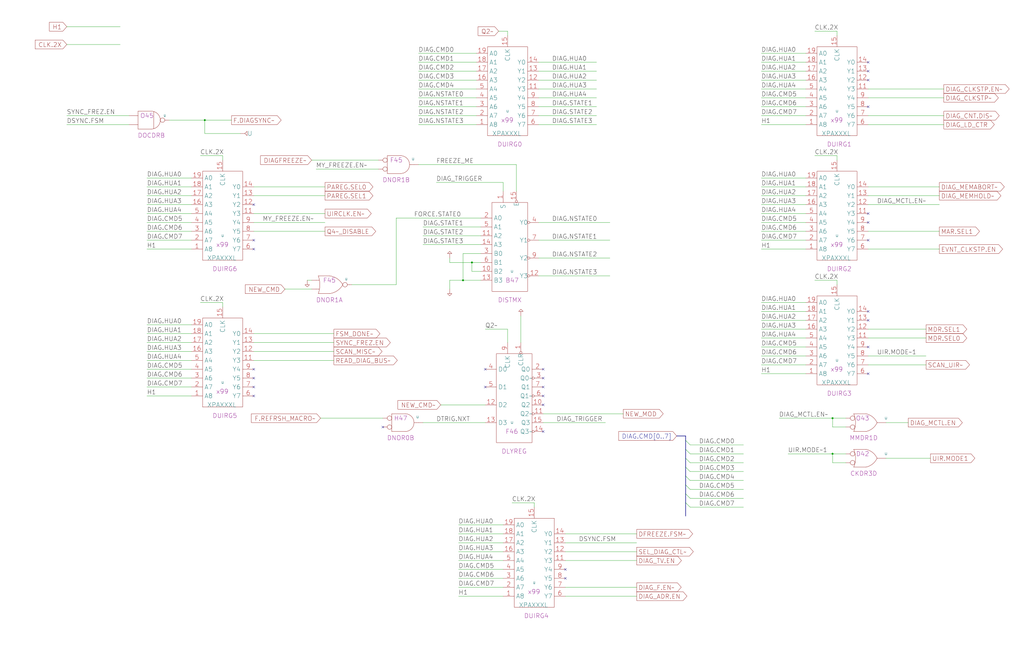
<source format=kicad_sch>
(kicad_sch (version 20220404) (generator eeschema)
  (paper "User" 584.2 378.46)
  (title_block (title "DIAGNOSTIC PROCESSOR") (date "20-MAR-90") (rev "1.0") (comment 1 "FIU") (comment 2 "232-003065") (comment 3 "S400") (comment 4 "RELEASED"))
  (lib_symbols
    (symbol "r1000:F02" (pin_numbers hide) (pin_names hide)
      (property "Reference" "U" (at 12.16 0.635 0))
      (property "Value" "F02" (at -1.27 -4.445 0))
      (property "Location" "___" (at 2.54 0 0))
      (property "Name" "______" (at 2.54 -12.7 0))
      (symbol "F02_0_1"
        (arc (start -3.81 -7.62) (mid -2.9847 -2.54) (end -3.81 2.54) (stroke (width 0.1524)))
        (polyline (pts (xy -5.08 -5.08) (xy -3.175 -5.08)) (stroke (width 0.1524)))
        (polyline (pts (xy -5.08 0) (xy -3.175 0)) (stroke (width 0.1524)))
        (polyline (pts (xy -3.81 -7.62) (xy 2.54 -7.62)) (stroke (width 0.1524)))
        (polyline (pts (xy -3.81 2.54) (xy 2.54 2.54)) (stroke (width 0.1524)))
        (polyline (pts (xy 13.97 -2.54) (xy 12.7 -2.54)) (stroke (width 0.1524)))
        (arc (start 2.54 -7.62) (mid 6.9515 -5.9823) (end 10.16 -2.54) (stroke (width 0.1524)))
        (arc (start 10.16 -2.54) (mid 6.9478 0.8966) (end 2.54 2.54) (stroke (width 0.1524)))
        (circle (center 11.43 -2.54) (radius 1.27) (stroke (width 0.1524)))
      )
      (symbol "F02_0_2"
        (circle (center -3.81 -5.08) (radius 1.27) (stroke (width 0.1524)))
        (circle (center -3.81 0) (radius 1.27) (stroke (width 0.1524)))
        (polyline (pts (xy -2.54 -7.62) (xy 5.08 -7.62)) (stroke (width 0.1524)))
        (polyline (pts (xy -2.54 2.54) (xy -2.54 -7.62)) (stroke (width 0.1524)))
        (polyline (pts (xy -2.54 2.54) (xy 5.08 2.54)) (stroke (width 0.1524)))
        (polyline (pts (xy 11.43 -2.54) (xy 10.16 -2.54)) (stroke (width 0.1524)))
        (polyline (pts (xy 11.43 -2.54) (xy 12.7 -2.54)) (stroke (width 0.1524)))
        (arc (start 5.08 -7.62) (mid 10.1282 -2.54) (end 5.08 2.54) (stroke (width 0.1524)))
      )
      (symbol "F02_1_1"
        (pin input line (at -7.62 0 0) (length 2.54) (name "D0") (number "1"))
        (pin input line (at -7.62 -5.08 0) (length 2.54) (name "D1") (number "2"))
        (pin output line (at 15.24 -2.54 180) (length 1.27) (name "Q") (number "3"))
      )
      (symbol "F02_1_2"
        (pin input line (at -7.62 0 0) (length 2.54) (name "D0") (number "1"))
        (pin input line (at -7.62 -5.08 0) (length 2.54) (name "D1") (number "2"))
        (pin output line (at 15.24 -2.54 180) (length 2.54) (name "Q") (number "3"))
      )
    )
    (symbol "r1000:F158" (pin_names (offset 1.016))
      (property "Reference" "U" (at 2.54 5.08 0))
      (property "Value" "F158" (at -3.81 -5.08 0))
      (property "Location" "___" (at -1.27 0 0))
      (property "Name" "______" (at 1.27 -12.7 0))
      (symbol "F158_1_1"
        (rectangle (start -8.89 44.45) (end 11.43 -6.35))
        (circle (center 5.08 45.085) (radius 0.635))
        (circle (center 12.065 2.54) (radius 0.635))
        (circle (center 12.065 12.7) (radius 0.635))
        (circle (center 12.065 22.86) (radius 0.635))
        (circle (center 12.065 33.02) (radius 0.635))
        (pin input line (at -2.54 50.8 270) (length 6.35) (name "S") (number "1"))
        (pin input line (at -15.24 5.08 0) (length 6.35) (name "B2") (number "10"))
        (pin input line (at -15.24 25.4 0) (length 6.35) (name "A2") (number "11"))
        (pin output line (at 17.78 2.54 180) (length 5.08) (name "Y3") (number "12"))
        (pin input line (at -15.24 0 0) (length 6.35) (name "B3") (number "13"))
        (pin input line (at -15.24 20.32 0) (length 6.35) (name "A3") (number "14"))
        (pin input line (at 5.08 50.8 270) (length 5.08) (name "E") (number "15"))
        (pin input line (at -15.24 35.56 0) (length 6.35) (name "A0") (number "2"))
        (pin input line (at -15.24 15.24 0) (length 6.35) (name "B0") (number "3"))
        (pin output line (at 17.78 33.02 180) (length 5.08) (name "Y0") (number "4"))
        (pin input line (at -15.24 30.48 0) (length 6.35) (name "A1") (number "5"))
        (pin input line (at -15.24 10.16 0) (length 6.35) (name "B1") (number "6"))
        (pin output line (at 17.78 22.86 180) (length 5.08) (name "Y1") (number "7"))
        (pin output line (at 17.78 12.7 180) (length 5.08) (name "Y2") (number "9"))
      )
    )
    (symbol "r1000:F175" (pin_names (offset 1.016))
      (property "Reference" "U" (at 2.54 5.08 0))
      (property "Value" "F175" (at -1.27 -5.08 0))
      (property "Location" "___" (at -1.27 0 0))
      (property "Name" "______" (at 3.81 -12.7 0))
      (symbol "F175_1_1"
        (rectangle (start -6.35 44.45) (end 13.97 -6.35))
        (circle (center 7.62 45.085) (radius 0.635))
        (circle (center 14.605 0) (radius 0.635))
        (circle (center 14.605 10.16) (radius 0.635))
        (circle (center 14.605 20.32) (radius 0.635))
        (circle (center 14.605 30.48) (radius 0.635))
        (pin input line (at 7.62 50.8 270) (length 5.08) (name "CLR") (number "1"))
        (pin output line (at 20.32 15.24 180) (length 6.35) (name "Q2") (number "10"))
        (pin output line (at 20.32 10.16 180) (length 5.08) (name "Q2~") (number "11"))
        (pin input line (at -12.7 15.24 0) (length 6.35) (name "D2") (number "12"))
        (pin input line (at -12.7 5.08 0) (length 6.35) (name "D3") (number "13"))
        (pin output line (at 20.32 0 180) (length 5.08) (name "Q3~") (number "14"))
        (pin output line (at 20.32 5.08 180) (length 6.35) (name "Q3") (number "15"))
        (pin output line (at 20.32 35.56 180) (length 6.35) (name "Q0") (number "2"))
        (pin output line (at 20.32 30.48 180) (length 5.08) (name "Q0~") (number "3"))
        (pin input line (at -12.7 35.56 0) (length 6.35) (name "D0") (number "4"))
        (pin input line (at -12.7 25.4 0) (length 6.35) (name "D1") (number "5"))
        (pin output line (at 20.32 20.32 180) (length 5.08) (name "Q1~") (number "6"))
        (pin output line (at 20.32 25.4 180) (length 6.35) (name "Q1") (number "7"))
        (pin input line (at 0 50.8 270) (length 6.35) (name "CLK") (number "9"))
      )
    )
    (symbol "r1000:F37" (pin_numbers hide) (pin_names (offset 0) hide)
      (property "Reference" "U" (at 15.24 0 0))
      (property "Value" "F37" (at 1.905 -5.08 0))
      (property "Location" "___" (at 1.905 0 0))
      (property "Name" "______" (at 2.54 -12.7 0))
      (symbol "F37_0_1"
        (polyline (pts (xy -2.54 -7.62) (xy 5.08 -7.62)) (stroke (width 0.1524)))
        (polyline (pts (xy -2.54 2.54) (xy -2.54 -7.62)) (stroke (width 0.1524)))
        (polyline (pts (xy -2.54 2.54) (xy 5.08 2.54)) (stroke (width 0.1524)))
        (arc (start 5.08 -7.62) (mid 10.1282 -2.54) (end 5.08 2.54) (stroke (width 0.1524)))
        (circle (center 11.43 -2.54) (radius 1.27) (stroke (width 0.1524)))
      )
      (symbol "F37_0_2"
        (circle (center -3.81 -5.08) (radius 1.27) (stroke (width 0.1524)))
        (circle (center -3.81 0) (radius 1.27) (stroke (width 0.1524)))
        (arc (start -3.175 -7.62) (mid -2.134 -2.54) (end -3.175 2.54) (stroke (width 0.1524)))
        (polyline (pts (xy -3.175 -7.62) (xy 3.81 -7.62)) (stroke (width 0.1524)))
        (polyline (pts (xy -3.175 2.54) (xy 3.81 2.54)) (stroke (width 0.1524)))
        (arc (start 3.81 -7.62) (mid 7.5855 -5.8306) (end 10.16 -2.54) (stroke (width 0.1524)))
        (arc (start 10.16 -2.54) (mid 7.5827 0.7471) (end 3.81 2.54) (stroke (width 0.1524)))
      )
      (symbol "F37_1_1"
        (pin input line (at -7.62 0 0) (length 5.08) (name "D0") (number "1"))
        (pin input line (at -7.62 -5.08 0) (length 5.08) (name "D1") (number "2"))
        (pin output line (at 15.24 -2.54 180) (length 2.54) (name "Q") (number "3"))
      )
      (symbol "F37_1_2"
        (pin input line (at -7.62 0 0) (length 2.54) (name "D0") (number "1"))
        (pin input line (at -7.62 -5.08 0) (length 2.54) (name "D1") (number "2"))
        (pin output line (at 15.24 -2.54 180) (length 5.08) (name "Q") (number "3"))
      )
    )
    (symbol "r1000:F38" (pin_numbers hide) (pin_names hide)
      (property "Reference" "U" (at 12.7 2.54 0))
      (property "Value" "F38" (at 2.54 -2.54 0))
      (property "Location" "___" (at 2.54 2.54 0))
      (property "Name" "______" (at 5.08 -10.16 0))
      (symbol "F38_0_1"
        (polyline (pts (xy -2.54 -5.08) (xy 5.08 -5.08)) (stroke (width 0.1524)))
        (polyline (pts (xy -2.54 5.08) (xy -2.54 -5.08)) (stroke (width 0.1524)))
        (polyline (pts (xy -2.54 5.08) (xy 5.08 5.08)) (stroke (width 0.1524)))
        (polyline (pts (xy 6.45 4.9) (xy 6.45 -4.9)) (stroke (width 0.1524)))
        (arc (start 5.08 -5.08) (mid 8.6786 -3.5986) (end 10.16 0) (stroke (width 0.1524)))
        (arc (start 10.16 0) (mid 8.6721 3.5921) (end 5.08 5.08) (stroke (width 0.1524)))
        (circle (center 11.43 0) (radius 1.27) (stroke (width 0.1524)))
      )
      (symbol "F38_0_2"
        (arc (start -3.81 -5.08) (mid -1.8386 0) (end -3.81 5.08) (stroke (width 0.1524)))
        (circle (center -3.81 -2.54) (radius 1.27) (stroke (width 0.1524)))
        (circle (center -3.81 2.54) (radius 1.27) (stroke (width 0.1524)))
        (polyline (pts (xy -3.81 -5.08) (xy 2.54 -5.08)) (stroke (width 0.1524)))
        (polyline (pts (xy -3.81 5.08) (xy 2.54 5.08)) (stroke (width 0.1524)))
        (polyline (pts (xy 7.62 3.175) (xy 7.62 -3.175)) (stroke (width 0.1524)))
        (arc (start 2.54 -5.08) (mid 7.0537 -3.5955) (end 10.16 0) (stroke (width 0.1524)))
        (arc (start 10.16 0) (mid 7.0527 3.594) (end 2.54 5.08) (stroke (width 0.1524)))
      )
      (symbol "F38_1_1"
        (pin input line (at -7.62 2.54 0) (length 5.08) (name "D0") (number "1"))
        (pin input line (at -7.62 -2.54 0) (length 5.08) (name "D1") (number "2"))
        (pin open_collector line (at 15.24 0 180) (length 2.54) (name "Q") (number "3"))
      )
      (symbol "F38_1_2"
        (pin input line (at -7.62 2.54 0) (length 2.54) (name "D0") (number "1"))
        (pin input line (at -7.62 -2.54 0) (length 2.54) (name "D1") (number "2"))
        (pin open_collector line (at 15.24 0 180) (length 5.08) (name "Q") (number "3"))
      )
    )
    (symbol "r1000:GB" (pin_numbers hide) (pin_names (offset 0) hide)
      (property "Reference" "GB" (at 3.81 0 0))
      (symbol "GB_0_1"
        (polyline (pts (xy 2.54 0) (xy 3.81 1.27) (xy 3.81 -1.27) (xy 2.54 0)) (stroke (width 0.1524)))
      )
      (symbol "GB_1_1"
        (pin bidirectional line (at 0 0 0) (length 2.54) (name "") (number "1"))
      )
    )
    (symbol "r1000:PD" (power) (pin_numbers hide) (pin_names hide) (in_bom no)
      (symbol "PD_0_1"
        (polyline (pts (xy 0 -2.54) (xy 1.27 -2.54) (xy 0 -3.81) (xy -1.27 -2.54) (xy 0 -2.54)) (stroke (width 0.1524)))
      )
      (symbol "PD_1_1"
        (pin power_in line (at 0 0 270) (length 2.54) (name "PD") (number "1"))
      )
    )
    (symbol "r1000:PU" (power) (pin_numbers hide) (pin_names hide)
      (symbol "PU_0_1"
        (polyline (pts (xy 0 2.54) (xy -1.27 2.54) (xy 0 3.81) (xy 1.27 2.54) (xy 0 2.54)) (stroke (width 0.1524)))
      )
      (symbol "PU_1_1"
        (pin power_in line (at 0 0 90) (length 2.54) (name "PU") (number "1"))
      )
    )
    (symbol "r1000:XPAXXXL" (pin_names (offset 1.016))
      (property "Reference" "U" (at 2.54 5.08 0))
      (property "Value" "XPAXXXL" (at -6.35 -7.62 0))
      (property "Location" "___" (at -1.27 0 0))
      (property "Name" "______" (at 3.81 -15.24 0))
      (symbol "XPAXXXL_1_1"
        (rectangle (start -8.89 41.91) (end 13.97 -8.89))
        (pin input line (at -15.24 -2.54 0) (length 6.35) (name "A8") (number "1"))
        (pin output line (at 20.32 17.78 180) (length 6.35) (name "Y3") (number "11"))
        (pin output line (at 20.32 22.86 180) (length 6.35) (name "Y2") (number "12"))
        (pin output line (at 20.32 27.94 180) (length 6.35) (name "Y1") (number "13"))
        (pin output line (at 20.32 33.02 180) (length 6.35) (name "Y0") (number "14"))
        (pin input line (at 2.54 48.26 270) (length 6.35) (name "CLK") (number "15"))
        (pin input line (at -15.24 22.86 0) (length 6.35) (name "A3") (number "16"))
        (pin input line (at -15.24 27.94 0) (length 6.35) (name "A2") (number "17"))
        (pin input line (at -15.24 33.02 0) (length 6.35) (name "A1") (number "18"))
        (pin input line (at -15.24 38.1 0) (length 6.35) (name "A0") (number "19"))
        (pin input line (at -15.24 2.54 0) (length 6.35) (name "A7") (number "2"))
        (pin input line (at -15.24 7.62 0) (length 6.35) (name "A6") (number "3"))
        (pin input line (at -15.24 12.7 0) (length 6.35) (name "A5") (number "4"))
        (pin input line (at -15.24 17.78 0) (length 6.35) (name "A4") (number "5"))
        (pin output line (at 20.32 -2.54 180) (length 6.35) (name "Y7") (number "6"))
        (pin output line (at 20.32 2.54 180) (length 6.35) (name "Y6") (number "7"))
        (pin output line (at 20.32 7.62 180) (length 6.35) (name "Y5") (number "8"))
        (pin output line (at 20.32 12.7 180) (length 6.35) (name "Y4") (number "9"))
      )
    )
  )
  (junction (at 269.24 149.86))
  (junction (at 264.16 160.02))
  (junction (at 474.98 238.76))
  (junction (at 474.98 259.08))
  (junction (at 116.84 68.58))
  (no_connect (at 495.3 127))
  (no_connect (at 144.78 116.84))
  (no_connect (at 309.88 246.38))
  (no_connect (at 309.88 231.14))
  (no_connect (at 218.44 243.84))
  (no_connect (at 144.78 220.98))
  (no_connect (at 276.86 210.82))
  (no_connect (at 495.3 177.8))
  (no_connect (at 495.3 121.92))
  (no_connect (at 495.3 198.12))
  (no_connect (at 144.78 142.24))
  (no_connect (at 495.3 182.88))
  (no_connect (at 309.88 226.06))
  (no_connect (at 144.78 210.82))
  (no_connect (at 276.86 220.98))
  (no_connect (at 144.78 226.06))
  (no_connect (at 495.3 213.36))
  (no_connect (at 495.3 60.96))
  (no_connect (at 495.3 40.64))
  (no_connect (at 495.3 137.16))
  (no_connect (at 309.88 220.98))
  (no_connect (at 144.78 215.9))
  (no_connect (at 495.3 35.56))
  (no_connect (at 495.3 45.72))
  (no_connect (at 309.88 215.9))
  (no_connect (at 322.58 325.12))
  (no_connect (at 322.58 330.2))
  (no_connect (at 309.88 210.82))
  (no_connect (at 144.78 137.16))
  (bus_entry (at 391.16 271.78) (size 2.54 2.54))
  (bus_entry (at 391.16 251.46) (size 2.54 2.54))
  (bus_entry (at 391.16 281.94) (size 2.54 2.54))
  (bus_entry (at 391.16 256.54) (size 2.54 2.54))
  (bus_entry (at 391.16 266.7) (size 2.54 2.54))
  (bus_entry (at 391.16 287.02) (size 2.54 2.54))
  (bus_entry (at 391.16 261.62) (size 2.54 2.54))
  (bus_entry (at 391.16 276.86) (size 2.54 2.54))
  (wire (pts (xy 251.46 231.14) (xy 276.86 231.14)))
  (wire (pts (xy 269.24 154.94) (xy 269.24 149.86)))
  (wire (pts (xy 477.52 160.02) (xy 477.52 162.56)))
  (wire (pts (xy 144.78 205.74) (xy 190.5 205.74)))
  (wire (pts (xy 495.3 132.08) (xy 535.94 132.08)))
  (bus (pts (xy 391.16 256.54) (xy 391.16 261.62)))
  (wire (pts (xy 307.34 147.32) (xy 347.98 147.32)))
  (wire (pts (xy 309.88 236.22) (xy 355.6 236.22)))
  (wire (pts (xy 444.5 238.76) (xy 474.98 238.76)))
  (wire (pts (xy 434.34 172.72) (xy 459.74 172.72)))
  (wire (pts (xy 307.34 137.16) (xy 347.98 137.16)))
  (wire (pts (xy 144.78 127) (xy 185.42 127)))
  (wire (pts (xy 116.84 68.58) (xy 132.08 68.58)))
  (wire (pts (xy 226.06 162.56) (xy 200.66 162.56)))
  (wire (pts (xy 274.32 160.02) (xy 264.16 160.02)))
  (wire (pts (xy 274.32 149.86) (xy 269.24 149.86)))
  (wire (pts (xy 307.34 50.8) (xy 340.36 50.8)))
  (wire (pts (xy 307.34 66.04) (xy 340.36 66.04)))
  (wire (pts (xy 241.3 241.3) (xy 276.86 241.3)))
  (wire (pts (xy 495.3 193.04) (xy 528.32 193.04)))
  (wire (pts (xy 144.78 200.66) (xy 190.5 200.66)))
  (wire (pts (xy 238.76 93.98) (xy 294.64 93.98)))
  (bus (pts (xy 386.08 248.92) (xy 391.16 248.92)))
  (wire (pts (xy 393.7 254) (xy 424.18 254)))
  (wire (pts (xy 289.56 17.78) (xy 289.56 20.32)))
  (wire (pts (xy 434.34 66.04) (xy 459.74 66.04)))
  (wire (pts (xy 274.32 124.46) (xy 226.06 124.46)))
  (wire (pts (xy 307.34 40.64) (xy 340.36 40.64)))
  (wire (pts (xy 434.34 121.92) (xy 459.74 121.92)))
  (wire (pts (xy 434.34 208.28) (xy 459.74 208.28)))
  (wire (pts (xy 261.62 325.12) (xy 287.02 325.12)))
  (wire (pts (xy 495.3 66.04) (xy 538.48 66.04)))
  (wire (pts (xy 177.8 91.44) (xy 215.9 91.44)))
  (wire (pts (xy 307.34 35.56) (xy 340.36 35.56)))
  (wire (pts (xy 495.3 203.2) (xy 528.32 203.2)))
  (bus (pts (xy 391.16 266.7) (xy 391.16 271.78)))
  (wire (pts (xy 241.3 129.54) (xy 274.32 129.54)))
  (wire (pts (xy 83.82 101.6) (xy 109.22 101.6)))
  (wire (pts (xy 83.82 190.5) (xy 109.22 190.5)))
  (wire (pts (xy 474.98 264.16) (xy 474.98 259.08)))
  (wire (pts (xy 241.3 134.62) (xy 274.32 134.62)))
  (wire (pts (xy 393.7 279.4) (xy 424.18 279.4)))
  (wire (pts (xy 38.1 15.24) (xy 68.58 15.24)))
  (wire (pts (xy 434.34 111.76) (xy 459.74 111.76)))
  (wire (pts (xy 180.34 96.52) (xy 215.9 96.52)))
  (wire (pts (xy 464.82 160.02) (xy 477.52 160.02)))
  (wire (pts (xy 287.02 109.22) (xy 287.02 104.14)))
  (wire (pts (xy 127 172.72) (xy 127 175.26)))
  (wire (pts (xy 322.58 320.04) (xy 363.22 320.04)))
  (wire (pts (xy 322.58 335.28) (xy 363.22 335.28)))
  (wire (pts (xy 434.34 142.24) (xy 459.74 142.24)))
  (wire (pts (xy 261.62 309.88) (xy 287.02 309.88)))
  (wire (pts (xy 274.32 154.94) (xy 269.24 154.94)))
  (wire (pts (xy 307.34 157.48) (xy 347.98 157.48)))
  (wire (pts (xy 261.62 314.96) (xy 287.02 314.96)))
  (wire (pts (xy 83.82 111.76) (xy 109.22 111.76)))
  (wire (pts (xy 144.78 111.76) (xy 185.42 111.76)))
  (wire (pts (xy 505.46 261.62) (xy 530.86 261.62)))
  (wire (pts (xy 495.3 111.76) (xy 535.94 111.76)))
  (wire (pts (xy 83.82 220.98) (xy 109.22 220.98)))
  (wire (pts (xy 434.34 127) (xy 459.74 127)))
  (wire (pts (xy 495.3 116.84) (xy 535.94 116.84)))
  (wire (pts (xy 434.34 137.16) (xy 459.74 137.16)))
  (wire (pts (xy 127 88.9) (xy 127 91.44)))
  (wire (pts (xy 322.58 314.96) (xy 363.22 314.96)))
  (wire (pts (xy 495.3 55.88) (xy 538.48 55.88)))
  (wire (pts (xy 495.3 187.96) (xy 528.32 187.96)))
  (wire (pts (xy 474.98 238.76) (xy 482.6 238.76)))
  (wire (pts (xy 238.76 55.88) (xy 271.78 55.88)))
  (wire (pts (xy 238.76 50.8) (xy 271.78 50.8)))
  (wire (pts (xy 434.34 132.08) (xy 459.74 132.08)))
  (wire (pts (xy 83.82 205.74) (xy 109.22 205.74)))
  (wire (pts (xy 495.3 106.68) (xy 535.94 106.68)))
  (wire (pts (xy 261.62 335.28) (xy 287.02 335.28)))
  (wire (pts (xy 284.48 17.78) (xy 289.56 17.78)))
  (wire (pts (xy 393.7 264.16) (xy 424.18 264.16)))
  (wire (pts (xy 261.62 340.36) (xy 287.02 340.36)))
  (wire (pts (xy 307.34 45.72) (xy 340.36 45.72)))
  (wire (pts (xy 238.76 40.64) (xy 271.78 40.64)))
  (wire (pts (xy 83.82 226.06) (xy 109.22 226.06)))
  (wire (pts (xy 144.78 195.58) (xy 190.5 195.58)))
  (bus (pts (xy 391.16 281.94) (xy 391.16 287.02)))
  (wire (pts (xy 449.58 259.08) (xy 474.98 259.08)))
  (wire (pts (xy 495.3 71.12) (xy 538.48 71.12)))
  (wire (pts (xy 464.82 17.78) (xy 477.52 17.78)))
  (wire (pts (xy 495.3 208.28) (xy 528.32 208.28)))
  (wire (pts (xy 116.84 76.2) (xy 116.84 68.58)))
  (wire (pts (xy 495.3 50.8) (xy 538.48 50.8)))
  (bus (pts (xy 391.16 261.62) (xy 391.16 266.7)))
  (wire (pts (xy 434.34 177.8) (xy 459.74 177.8)))
  (wire (pts (xy 434.34 193.04) (xy 459.74 193.04)))
  (wire (pts (xy 83.82 106.68) (xy 109.22 106.68)))
  (wire (pts (xy 264.16 160.02) (xy 256.54 160.02)))
  (wire (pts (xy 434.34 35.56) (xy 459.74 35.56)))
  (wire (pts (xy 434.34 55.88) (xy 459.74 55.88)))
  (wire (pts (xy 144.78 132.08) (xy 185.42 132.08)))
  (wire (pts (xy 261.62 304.8) (xy 287.02 304.8)))
  (wire (pts (xy 434.34 182.88) (xy 459.74 182.88)))
  (wire (pts (xy 434.34 116.84) (xy 459.74 116.84)))
  (bus (pts (xy 391.16 276.86) (xy 391.16 281.94)))
  (wire (pts (xy 434.34 203.2) (xy 459.74 203.2)))
  (wire (pts (xy 434.34 45.72) (xy 459.74 45.72)))
  (wire (pts (xy 294.64 109.22) (xy 294.64 93.98)))
  (wire (pts (xy 264.16 144.78) (xy 264.16 160.02)))
  (wire (pts (xy 83.82 215.9) (xy 109.22 215.9)))
  (wire (pts (xy 274.32 144.78) (xy 264.16 144.78)))
  (wire (pts (xy 304.8 287.02) (xy 304.8 289.56)))
  (wire (pts (xy 495.3 142.24) (xy 535.94 142.24)))
  (wire (pts (xy 393.7 284.48) (xy 424.18 284.48)))
  (wire (pts (xy 83.82 195.58) (xy 109.22 195.58)))
  (wire (pts (xy 322.58 340.36) (xy 363.22 340.36)))
  (wire (pts (xy 477.52 17.78) (xy 477.52 20.32)))
  (wire (pts (xy 393.7 274.32) (xy 424.18 274.32)))
  (wire (pts (xy 238.76 66.04) (xy 271.78 66.04)))
  (wire (pts (xy 238.76 45.72) (xy 271.78 45.72)))
  (wire (pts (xy 434.34 40.64) (xy 459.74 40.64)))
  (bus (pts (xy 391.16 287.02) (xy 391.16 294.64)))
  (wire (pts (xy 292.1 287.02) (xy 304.8 287.02)))
  (wire (pts (xy 434.34 101.6) (xy 459.74 101.6)))
  (wire (pts (xy 434.34 187.96) (xy 459.74 187.96)))
  (wire (pts (xy 261.62 330.2) (xy 287.02 330.2)))
  (wire (pts (xy 83.82 132.08) (xy 109.22 132.08)))
  (wire (pts (xy 261.62 320.04) (xy 287.02 320.04)))
  (wire (pts (xy 38.1 71.12) (xy 73.66 71.12)))
  (wire (pts (xy 269.24 149.86) (xy 256.54 149.86)))
  (wire (pts (xy 297.18 195.58) (xy 297.18 180.34)))
  (wire (pts (xy 83.82 200.66) (xy 109.22 200.66)))
  (wire (pts (xy 238.76 30.48) (xy 271.78 30.48)))
  (bus (pts (xy 391.16 248.92) (xy 391.16 251.46)))
  (wire (pts (xy 256.54 149.86) (xy 256.54 147.32)))
  (wire (pts (xy 307.34 127) (xy 347.98 127)))
  (wire (pts (xy 38.1 25.4) (xy 68.58 25.4)))
  (wire (pts (xy 307.34 71.12) (xy 340.36 71.12)))
  (wire (pts (xy 434.34 50.8) (xy 459.74 50.8)))
  (wire (pts (xy 434.34 60.96) (xy 459.74 60.96)))
  (wire (pts (xy 256.54 160.02) (xy 256.54 165.1)))
  (wire (pts (xy 474.98 243.84) (xy 474.98 238.76)))
  (wire (pts (xy 241.3 139.7) (xy 274.32 139.7)))
  (wire (pts (xy 261.62 299.72) (xy 287.02 299.72)))
  (wire (pts (xy 83.82 210.82) (xy 109.22 210.82)))
  (bus (pts (xy 391.16 251.46) (xy 391.16 256.54)))
  (wire (pts (xy 434.34 198.12) (xy 459.74 198.12)))
  (wire (pts (xy 393.7 259.08) (xy 424.18 259.08)))
  (wire (pts (xy 175.26 160.02) (xy 177.8 160.02)))
  (wire (pts (xy 307.34 60.96) (xy 340.36 60.96)))
  (wire (pts (xy 434.34 213.36) (xy 459.74 213.36)))
  (wire (pts (xy 137.16 76.2) (xy 116.84 76.2)))
  (wire (pts (xy 114.3 88.9) (xy 127 88.9)))
  (wire (pts (xy 144.78 190.5) (xy 190.5 190.5)))
  (wire (pts (xy 307.34 55.88) (xy 340.36 55.88)))
  (wire (pts (xy 238.76 35.56) (xy 271.78 35.56)))
  (bus (pts (xy 391.16 271.78) (xy 391.16 276.86)))
  (wire (pts (xy 226.06 124.46) (xy 226.06 162.56)))
  (wire (pts (xy 83.82 142.24) (xy 109.22 142.24)))
  (wire (pts (xy 482.6 243.84) (xy 474.98 243.84)))
  (wire (pts (xy 289.56 195.58) (xy 289.56 187.96)))
  (wire (pts (xy 114.3 172.72) (xy 127 172.72)))
  (wire (pts (xy 83.82 137.16) (xy 109.22 137.16)))
  (wire (pts (xy 434.34 106.68) (xy 459.74 106.68)))
  (wire (pts (xy 83.82 127) (xy 109.22 127)))
  (wire (pts (xy 434.34 30.48) (xy 459.74 30.48)))
  (wire (pts (xy 393.7 289.56) (xy 424.18 289.56)))
  (wire (pts (xy 464.82 88.9) (xy 477.52 88.9)))
  (wire (pts (xy 322.58 304.8) (xy 363.22 304.8)))
  (wire (pts (xy 434.34 71.12) (xy 459.74 71.12)))
  (wire (pts (xy 238.76 71.12) (xy 271.78 71.12)))
  (wire (pts (xy 477.52 88.9) (xy 477.52 91.44)))
  (wire (pts (xy 83.82 116.84) (xy 109.22 116.84)))
  (wire (pts (xy 83.82 185.42) (xy 109.22 185.42)))
  (wire (pts (xy 482.6 264.16) (xy 474.98 264.16)))
  (wire (pts (xy 96.52 68.58) (xy 116.84 68.58)))
  (wire (pts (xy 144.78 121.92) (xy 185.42 121.92)))
  (wire (pts (xy 474.98 259.08) (xy 482.6 259.08)))
  (wire (pts (xy 144.78 106.68) (xy 185.42 106.68)))
  (wire (pts (xy 309.88 241.3) (xy 345.44 241.3)))
  (wire (pts (xy 248.92 104.14) (xy 287.02 104.14)))
  (wire (pts (xy 505.46 241.3) (xy 518.16 241.3)))
  (wire (pts (xy 238.76 60.96) (xy 271.78 60.96)))
  (wire (pts (xy 38.1 66.04) (xy 73.66 66.04)))
  (wire (pts (xy 182.88 238.76) (xy 218.44 238.76)))
  (wire (pts (xy 393.7 269.24) (xy 424.18 269.24)))
  (wire (pts (xy 162.56 165.1) (xy 177.8 165.1)))
  (wire (pts (xy 83.82 121.92) (xy 109.22 121.92)))
  (wire (pts (xy 276.86 187.96) (xy 289.56 187.96)))
  (wire (pts (xy 322.58 309.88) (xy 363.22 309.88)))
  (label "H1" (at 83.82 226.06 0) (effects (font (size 2.54 2.54))))
  (label "DIAG.CMD4" (at 398.78 274.32 0) (effects (font (size 2.54 2.54))))
  (label "DIAG.CMD5" (at 434.34 198.12 0) (effects (font (size 2.54 2.54))))
  (label "DIAG.HUA4" (at 261.62 320.04 0) (effects (font (size 2.54 2.54))))
  (label "DIAG.HUA3" (at 261.62 314.96 0) (effects (font (size 2.54 2.54))))
  (label "H1" (at 434.34 213.36 0) (effects (font (size 2.54 2.54))))
  (label "DIAG.HUA0" (at 434.34 30.48 0) (effects (font (size 2.54 2.54))))
  (label "DIAG.STATE3" (at 241.3 139.7 0) (effects (font (size 2.54 2.54))))
  (label "DTRIG.NXT" (at 248.92 241.3 0) (effects (font (size 2.54 2.54))))
  (label "DIAG.HUA3" (at 314.96 50.8 0) (effects (font (size 2.54 2.54))))
  (label "DIAG.CMD7" (at 83.82 137.16 0) (effects (font (size 2.54 2.54))))
  (label "DIAG.CMD7" (at 83.82 220.98 0) (effects (font (size 2.54 2.54))))
  (label "DIAG.NSTATE3" (at 314.96 157.48 0) (effects (font (size 2.54 2.54))))
  (label "DIAG.HUA4" (at 83.82 205.74 0) (effects (font (size 2.54 2.54))))
  (label "CLK.2X" (at 464.82 88.9 0) (effects (font (size 2.54 2.54))))
  (label "H1" (at 83.82 142.24 0) (effects (font (size 2.54 2.54))))
  (label "DIAG.HUA3" (at 434.34 45.72 0) (effects (font (size 2.54 2.54))))
  (label "DIAG.CMD5" (at 261.62 325.12 0) (effects (font (size 2.54 2.54))))
  (label "DIAG.NSTATE1" (at 238.76 60.96 0) (effects (font (size 2.54 2.54))))
  (label "DIAG.STATE1" (at 241.3 129.54 0) (effects (font (size 2.54 2.54))))
  (label "DIAG.CMD3" (at 398.78 269.24 0) (effects (font (size 2.54 2.54))))
  (label "H1" (at 261.62 340.36 0) (effects (font (size 2.54 2.54))))
  (label "UIR.MODE~1" (at 500.38 203.2 0) (effects (font (size 2.54 2.54))))
  (label "DIAG.CMD6" (at 398.78 284.48 0) (effects (font (size 2.54 2.54))))
  (label "DIAG.CMD5" (at 83.82 210.82 0) (effects (font (size 2.54 2.54))))
  (label "CLK.2X" (at 114.3 172.72 0) (effects (font (size 2.54 2.54))))
  (label "DIAG.HUA0" (at 83.82 101.6 0) (effects (font (size 2.54 2.54))))
  (label "DIAG.HUA2" (at 434.34 182.88 0) (effects (font (size 2.54 2.54))))
  (label "MY_FREEZE.EN~" (at 149.86 127 0) (effects (font (size 2.54 2.54))))
  (label "DIAG.HUA1" (at 83.82 190.5 0) (effects (font (size 2.54 2.54))))
  (label "MY_FREEZE.EN~" (at 180.34 96.52 0) (effects (font (size 2.54 2.54))))
  (label "DIAG.CMD0" (at 238.76 30.48 0) (effects (font (size 2.54 2.54))))
  (label "DIAG.CMD6" (at 434.34 203.2 0) (effects (font (size 2.54 2.54))))
  (label "DIAG.HUA0" (at 434.34 172.72 0) (effects (font (size 2.54 2.54))))
  (label "DIAG.NSTATE0" (at 238.76 55.88 0) (effects (font (size 2.54 2.54))))
  (label "SYNC_FREZ.EN" (at 38.1 66.04 0) (effects (font (size 2.54 2.54))))
  (label "CLK.2X" (at 292.1 287.02 0) (effects (font (size 2.54 2.54))))
  (label "DIAG.HUA0" (at 83.82 185.42 0) (effects (font (size 2.54 2.54))))
  (label "DIAG.CMD7" (at 434.34 66.04 0) (effects (font (size 2.54 2.54))))
  (label "DIAG.HUA3" (at 83.82 116.84 0) (effects (font (size 2.54 2.54))))
  (label "DIAG.HUA1" (at 261.62 304.8 0) (effects (font (size 2.54 2.54))))
  (label "DIAG.CMD6" (at 261.62 330.2 0) (effects (font (size 2.54 2.54))))
  (label "DIAG.NSTATE2" (at 314.96 147.32 0) (effects (font (size 2.54 2.54))))
  (label "DIAG.CMD2" (at 398.78 264.16 0) (effects (font (size 2.54 2.54))))
  (label "DIAG.CMD5" (at 434.34 55.88 0) (effects (font (size 2.54 2.54))))
  (label "DIAG.STATE1" (at 314.96 60.96 0) (effects (font (size 2.54 2.54))))
  (label "DIAG.HUA4" (at 434.34 50.8 0) (effects (font (size 2.54 2.54))))
  (label "DIAG.NSTATE3" (at 238.76 71.12 0) (effects (font (size 2.54 2.54))))
  (label "DIAG.HUA2" (at 83.82 195.58 0) (effects (font (size 2.54 2.54))))
  (label "DIAG.CMD7" (at 398.78 289.56 0) (effects (font (size 2.54 2.54))))
  (label "DIAG.NSTATE1" (at 314.96 137.16 0) (effects (font (size 2.54 2.54))))
  (label "DIAG.NSTATE2" (at 238.76 66.04 0) (effects (font (size 2.54 2.54))))
  (label "DIAG.HUA4" (at 83.82 121.92 0) (effects (font (size 2.54 2.54))))
  (label "DIAG.CMD7" (at 434.34 137.16 0) (effects (font (size 2.54 2.54))))
  (label "H1" (at 434.34 71.12 0) (effects (font (size 2.54 2.54))))
  (label "DIAG.CMD7" (at 434.34 208.28 0) (effects (font (size 2.54 2.54))))
  (label "DIAG.HUA3" (at 434.34 116.84 0) (effects (font (size 2.54 2.54))))
  (label "DIAG_TRIGGER" (at 317.5 241.3 0) (effects (font (size 2.54 2.54))))
  (label "CLK.2X" (at 114.3 88.9 0) (effects (font (size 2.54 2.54))))
  (label "DIAG.HUA0" (at 434.34 101.6 0) (effects (font (size 2.54 2.54))))
  (label "DIAG.CMD4" (at 238.76 50.8 0) (effects (font (size 2.54 2.54))))
  (label "FREEZE_ME" (at 248.92 93.98 0) (effects (font (size 2.54 2.54))))
  (label "DSYNC.FSM" (at 38.1 71.12 0) (effects (font (size 2.54 2.54))))
  (label "DIAG.STATE2" (at 241.3 134.62 0) (effects (font (size 2.54 2.54))))
  (label "DIAG.HUA2" (at 434.34 40.64 0) (effects (font (size 2.54 2.54))))
  (label "DIAG.CMD6" (at 83.82 215.9 0) (effects (font (size 2.54 2.54))))
  (label "DIAG.STATE2" (at 314.96 66.04 0) (effects (font (size 2.54 2.54))))
  (label "DIAG.CMD6" (at 434.34 132.08 0) (effects (font (size 2.54 2.54))))
  (label "DIAG.CMD6" (at 434.34 60.96 0) (effects (font (size 2.54 2.54))))
  (label "DIAG.CMD5" (at 434.34 127 0) (effects (font (size 2.54 2.54))))
  (label "DIAG_MCTL.EN~" (at 500.38 116.84 0) (effects (font (size 2.54 2.54))))
  (label "DSYNC.FSM" (at 330.2 309.88 0) (effects (font (size 2.54 2.54))))
  (label "CLK.2X" (at 464.82 17.78 0) (effects (font (size 2.54 2.54))))
  (label "Q2~" (at 276.86 187.96 0) (effects (font (size 2.54 2.54))))
  (label "UIR.MODE~1" (at 449.58 259.08 0) (effects (font (size 2.54 2.54))))
  (label "DIAG.HUA2" (at 261.62 309.88 0) (effects (font (size 2.54 2.54))))
  (label "DIAG.HUA4" (at 434.34 121.92 0) (effects (font (size 2.54 2.54))))
  (label "DIAG.CMD3" (at 238.76 45.72 0) (effects (font (size 2.54 2.54))))
  (label "DIAG.HUA0" (at 261.62 299.72 0) (effects (font (size 2.54 2.54))))
  (label "CLK.2X" (at 464.82 160.02 0) (effects (font (size 2.54 2.54))))
  (label "DIAG.CMD2" (at 238.76 40.64 0) (effects (font (size 2.54 2.54))))
  (label "DIAG_TRIGGER" (at 248.92 104.14 0) (effects (font (size 2.54 2.54))))
  (label "DIAG.CMD5" (at 83.82 127 0) (effects (font (size 2.54 2.54))))
  (label "DIAG.NSTATE0" (at 314.96 127 0) (effects (font (size 2.54 2.54))))
  (label "DIAG.HUA2" (at 314.96 45.72 0) (effects (font (size 2.54 2.54))))
  (label "DIAG.CMD1" (at 398.78 259.08 0) (effects (font (size 2.54 2.54))))
  (label "DIAG.HUA1" (at 314.96 40.64 0) (effects (font (size 2.54 2.54))))
  (label "DIAG.HUA1" (at 434.34 35.56 0) (effects (font (size 2.54 2.54))))
  (label "DIAG.HUA4" (at 314.96 55.88 0) (effects (font (size 2.54 2.54))))
  (label "DIAG.HUA1" (at 83.82 106.68 0) (effects (font (size 2.54 2.54))))
  (label "DIAG.CMD7" (at 261.62 335.28 0) (effects (font (size 2.54 2.54))))
  (label "DIAG.HUA2" (at 434.34 111.76 0) (effects (font (size 2.54 2.54))))
  (label "DIAG.HUA1" (at 434.34 177.8 0) (effects (font (size 2.54 2.54))))
  (label "DIAG.CMD6" (at 83.82 132.08 0) (effects (font (size 2.54 2.54))))
  (label "DIAG.CMD0" (at 398.78 254 0) (effects (font (size 2.54 2.54))))
  (label "H1" (at 434.34 142.24 0) (effects (font (size 2.54 2.54))))
  (label "DIAG.HUA0" (at 314.96 35.56 0) (effects (font (size 2.54 2.54))))
  (label "DIAG.HUA1" (at 434.34 106.68 0) (effects (font (size 2.54 2.54))))
  (label "DIAG.STATE3" (at 314.96 71.12 0) (effects (font (size 2.54 2.54))))
  (label "DIAG.HUA3" (at 434.34 187.96 0) (effects (font (size 2.54 2.54))))
  (label "DIAG.CMD1" (at 238.76 35.56 0) (effects (font (size 2.54 2.54))))
  (label "FORCE.STATE0" (at 236.22 124.46 0) (effects (font (size 2.54 2.54))))
  (label "DIAG.HUA3" (at 83.82 200.66 0) (effects (font (size 2.54 2.54))))
  (label "DIAG.HUA2" (at 83.82 111.76 0) (effects (font (size 2.54 2.54))))
  (label "DIAG.HUA4" (at 434.34 193.04 0) (effects (font (size 2.54 2.54))))
  (label "DIAG.CMD5" (at 398.78 279.4 0) (effects (font (size 2.54 2.54))))
  (label "DIAG_MCTL.EN~" (at 444.5 238.76 0) (effects (font (size 2.54 2.54))))
  (global_label "DIAG_ADR.EN" (shape output) (at 363.22 340.36 0) (effects (font (size 2.54 2.54))) (property "Intersheet References" "${INTERSHEET_REFS}" (at 391.6831 340.2013 0) (effects (font (size 1.905 1.905)) (justify left))))
  (global_label "SEL_DIAG_CTL~" (shape output) (at 363.22 314.96 0) (effects (font (size 2.54 2.54))) (property "Intersheet References" "${INTERSHEET_REFS}" (at 395.3117 314.8013 0) (effects (font (size 1.905 1.905)) (justify left))))
  (global_label "UIRCLK.EN~" (shape output) (at 185.42 121.92 0) (effects (font (size 2.54 2.54))) (property "Intersheet References" "${INTERSHEET_REFS}" (at 211.585 121.7613 0) (effects (font (size 1.905 1.905)) (justify left))))
  (global_label "DIAG_MEMABORT~" (shape output) (at 535.94 106.68 0) (effects (font (size 2.54 2.54))) (property "Intersheet References" "${INTERSHEET_REFS}" (at 572.7488 106.5213 0) (effects (font (size 1.905 1.905)) (justify left))))
  (global_label "DIAGFREEZE~" (shape input) (at 177.8 91.44 180) (effects (font (size 2.54 2.54))) (property "Intersheet References" "${INTERSHEET_REFS}" (at 148.8531 91.2813 0) (effects (font (size 1.905 1.905)) (justify right))))
  (global_label "Q2~" (shape input) (at 284.48 17.78 180) (effects (font (size 2.54 2.54))) (property "Intersheet References" "${INTERSHEET_REFS}" (at 272.9502 17.6213 0) (effects (font (size 1.905 1.905)) (justify right))))
  (global_label "DIAG_MCTL.EN" (shape output) (at 518.16 241.3 0) (effects (font (size 2.54 2.54))) (property "Intersheet References" "${INTERSHEET_REFS}" (at 548.8003 241.1413 0) (effects (font (size 1.905 1.905)) (justify left))))
  (global_label "NEW_CMD" (shape input) (at 162.56 165.1 180) (effects (font (size 2.54 2.54))) (property "Intersheet References" "${INTERSHEET_REFS}" (at 140.1445 164.9413 0) (effects (font (size 1.905 1.905)) (justify right))))
  (global_label "NEW_CMD~" (shape input) (at 251.46 231.14 180) (effects (font (size 2.54 2.54))) (property "Intersheet References" "${INTERSHEET_REFS}" (at 227.2302 230.9813 0) (effects (font (size 1.905 1.905)) (justify right))))
  (global_label "H1" (shape input) (at 38.1 15.24 180) (effects (font (size 2.54 2.54))) (property "Intersheet References" "${INTERSHEET_REFS}" (at 28.3845 15.0813 0) (effects (font (size 1.905 1.905)) (justify right))))
  (global_label "F.REFRSH_MACRO~" (shape input) (at 182.88 238.76 180) (effects (font (size 2.54 2.54))) (property "Intersheet References" "${INTERSHEET_REFS}" (at 143.4616 238.6013 0) (effects (font (size 1.905 1.905)) (justify right))))
  (global_label "MDR.SEL0" (shape output) (at 528.32 193.04 0) (effects (font (size 2.54 2.54))) (property "Intersheet References" "${INTERSHEET_REFS}" (at 551.3403 192.8813 0) (effects (font (size 1.905 1.905)) (justify left))))
  (global_label "SCAN_MISC~" (shape output) (at 190.5 200.66 0) (effects (font (size 2.54 2.54))) (property "Intersheet References" "${INTERSHEET_REFS}" (at 217.7536 200.5013 0) (effects (font (size 1.905 1.905)) (justify left))))
  (global_label "DIAG_CNT.DIS~" (shape output) (at 538.48 66.04 0) (effects (font (size 2.54 2.54))) (property "Intersheet References" "${INTERSHEET_REFS}" (at 569.846 65.8813 0) (effects (font (size 1.905 1.905)) (justify left))))
  (global_label "Q4~_DISABLE" (shape output) (at 185.42 132.08 0) (effects (font (size 2.54 2.54))) (property "Intersheet References" "${INTERSHEET_REFS}" (at 214.3155 131.9213 0) (effects (font (size 1.905 1.905)) (justify left))))
  (global_label "DIAG_LD_CTR" (shape output) (at 538.48 71.12 0) (effects (font (size 2.54 2.54))) (property "Intersheet References" "${INTERSHEET_REFS}" (at 567.0641 70.9613 0) (effects (font (size 1.905 1.905)) (justify left))))
  (global_label "EVNT_CLKSTP.EN" (shape output) (at 535.94 142.24 0) (effects (font (size 2.54 2.54))) (property "Intersheet References" "${INTERSHEET_REFS}" (at 571.7812 142.0813 0) (effects (font (size 1.905 1.905)) (justify left))))
  (global_label "SCAN_UIR~" (shape output) (at 528.32 208.28 0) (effects (font (size 2.54 2.54))) (property "Intersheet References" "${INTERSHEET_REFS}" (at 552.9126 208.1213 0) (effects (font (size 1.905 1.905)) (justify left))))
  (global_label "MDR.SEL1" (shape output) (at 528.32 187.96 0) (effects (font (size 2.54 2.54))) (property "Intersheet References" "${INTERSHEET_REFS}" (at 551.3403 187.8013 0) (effects (font (size 1.905 1.905)) (justify left))))
  (global_label "DIAG_CLKSTP~" (shape output) (at 538.48 55.88 0) (effects (font (size 2.54 2.54))) (property "Intersheet References" "${INTERSHEET_REFS}" (at 569.3622 55.7213 0) (effects (font (size 1.905 1.905)) (justify left))))
  (global_label "MAR.SEL1" (shape output) (at 535.94 132.08 0) (effects (font (size 2.54 2.54))) (property "Intersheet References" "${INTERSHEET_REFS}" (at 558.5974 131.9213 0) (effects (font (size 1.905 1.905)) (justify left))))
  (global_label "DIAG_CLKSTP.EN~" (shape output) (at 538.48 50.8 0) (effects (font (size 2.54 2.54))) (property "Intersheet References" "${INTERSHEET_REFS}" (at 575.5307 50.6413 0) (effects (font (size 1.905 1.905)) (justify left))))
  (global_label "DIAG_MEMHOLD~" (shape output) (at 535.94 111.76 0) (effects (font (size 2.54 2.54))) (property "Intersheet References" "${INTERSHEET_REFS}" (at 570.8136 111.6013 0) (effects (font (size 1.905 1.905)) (justify left))))
  (global_label "NEW_MOD" (shape output) (at 355.6 236.22 0) (effects (font (size 2.54 2.54))) (property "Intersheet References" "${INTERSHEET_REFS}" (at 378.1365 236.0613 0) (effects (font (size 1.905 1.905)) (justify left))))
  (global_label "DIAG_F.EN~" (shape output) (at 363.22 335.28 0) (effects (font (size 2.54 2.54))) (property "Intersheet References" "${INTERSHEET_REFS}" (at 388.4174 335.1213 0) (effects (font (size 1.905 1.905)) (justify left))))
  (global_label "DIAG.CMD[0..7]" (shape input) (at 386.08 248.92 180) (effects (font (size 2.54 2.54))) (property "Intersheet References" "${INTERSHEET_REFS}" (at 353.1416 248.7613 0) (effects (font (size 1.905 1.905)) (justify right))))
  (global_label "DIAG_TV.EN" (shape output) (at 363.22 320.04 0) (effects (font (size 2.54 2.54))) (property "Intersheet References" "${INTERSHEET_REFS}" (at 388.5384 319.8813 0) (effects (font (size 1.905 1.905)) (justify left))))
  (global_label "UIR.MODE1" (shape output) (at 530.86 261.62 0) (effects (font (size 2.54 2.54))) (property "Intersheet References" "${INTERSHEET_REFS}" (at 556.127 261.4613 0) (effects (font (size 1.905 1.905)) (justify left))))
  (global_label "DFREEZE.FSM~" (shape output) (at 363.22 304.8 0) (effects (font (size 2.54 2.54))) (property "Intersheet References" "${INTERSHEET_REFS}" (at 394.9488 304.6413 0) (effects (font (size 1.905 1.905)) (justify left))))
  (global_label "SYNC_FREZ.EN" (shape output) (at 190.5 195.58 0) (effects (font (size 2.54 2.54))) (property "Intersheet References" "${INTERSHEET_REFS}" (at 222.4707 195.4213 0) (effects (font (size 1.905 1.905)) (justify left))))
  (global_label "CLK.2X" (shape input) (at 38.1 25.4 180) (effects (font (size 2.54 2.54))) (property "Intersheet References" "${INTERSHEET_REFS}" (at 10.6045 25.2413 0) (effects (font (size 1.905 1.905)) (justify right))))
  (global_label "FSM_DONE~" (shape output) (at 190.5 190.5 0) (effects (font (size 2.54 2.54))) (property "Intersheet References" "${INTERSHEET_REFS}" (at 216.5441 190.3413 0) (effects (font (size 1.905 1.905)) (justify left))))
  (global_label "PAREG.SEL0" (shape output) (at 185.42 106.68 0) (effects (font (size 2.54 2.54))) (property "Intersheet References" "${INTERSHEET_REFS}" (at 212.5526 106.5213 0) (effects (font (size 1.905 1.905)) (justify left))))
  (global_label "PAREG.SEL1" (shape output) (at 185.42 111.76 0) (effects (font (size 2.54 2.54))) (property "Intersheet References" "${INTERSHEET_REFS}" (at 212.5526 111.6013 0) (effects (font (size 1.905 1.905)) (justify left))))
  (global_label "READ_DIAG_BUS~" (shape output) (at 190.5 205.74 0) (effects (font (size 2.54 2.54))) (property "Intersheet References" "${INTERSHEET_REFS}" (at 226.4622 205.5813 0) (effects (font (size 1.905 1.905)) (justify left))))
  (global_label "F.DIAGSYNC~" (shape output) (at 132.08 68.58 0) (effects (font (size 2.54 2.54))) (property "Intersheet References" "${INTERSHEET_REFS}" (at 160.1803 68.4213 0) (effects (font (size 1.905 1.905)) (justify left))))
  (symbol (lib_id "r1000:XPAXXXL") (at 302.26 337.82 0) (unit 1)
    (default_instance (reference "U") (unit 1) (value "XPAXXXL") (footprint ""))
    (property "Reference" "U" (at 304.8 332.74 0))
    (property "Value" "XPAXXXL" (at 295.91 345.44 0) (effects (font (size 2.54 2.54)) (justify left)))
    (property "Location" "x99" (at 300.99 337.82 0) (effects (font (size 2.54 2.54)) (justify left)))
    (property "Name" "DUIRG4" (at 306.07 353.06 0) (effects (font (size 2.54 2.54)) (justify bottom)))
  )
  (symbol (lib_id "r1000:F02") (at 223.52 91.44 0) (unit 1) (convert 2)
    (default_instance (reference "U") (unit 1) (value "") (footprint ""))
    (property "Reference" "U" (at 235.68 90.805 0))
    (property "Location" "F45" (at 226.06 91.44 0) (effects (font (size 2.54 2.54))))
    (property "Name" "DNOR1B" (at 226.06 104.14 0) (effects (font (size 2.54 2.54)) (justify bottom)))
  )
  (symbol (lib_id "r1000:XPAXXXL") (at 474.98 210.82 0) (unit 1)
    (default_instance (reference "U") (unit 1) (value "XPAXXXL") (footprint ""))
    (property "Reference" "U" (at 477.52 205.74 0))
    (property "Value" "XPAXXXL" (at 468.63 218.44 0) (effects (font (size 2.54 2.54)) (justify left)))
    (property "Location" "x99" (at 473.71 210.82 0) (effects (font (size 2.54 2.54)) (justify left)))
    (property "Name" "DUIRG3" (at 478.79 226.06 0) (effects (font (size 2.54 2.54)) (justify bottom)))
  )
  (symbol (lib_id "r1000:XPAXXXL") (at 124.46 223.52 0) (unit 1)
    (default_instance (reference "U") (unit 1) (value "XPAXXXL") (footprint ""))
    (property "Reference" "U" (at 127 218.44 0))
    (property "Value" "XPAXXXL" (at 118.11 231.14 0) (effects (font (size 2.54 2.54)) (justify left)))
    (property "Location" "x99" (at 123.19 223.52 0) (effects (font (size 2.54 2.54)) (justify left)))
    (property "Name" "DUIRG5" (at 128.27 238.76 0) (effects (font (size 2.54 2.54)) (justify bottom)))
  )
  (symbol (lib_id "r1000:F175") (at 289.56 246.38 0) (unit 1)
    (default_instance (reference "U") (unit 1) (value "") (footprint ""))
    (property "Reference" "U" (at 292.1 241.3 0))
    (property "Location" "F46" (at 288.29 246.38 0) (effects (font (size 2.54 2.54)) (justify left)))
    (property "Name" "DLYREG" (at 293.37 259.08 0) (effects (font (size 2.54 2.54)) (justify bottom)))
  )
  (symbol (lib_id "r1000:XPAXXXL") (at 474.98 139.7 0) (unit 1)
    (default_instance (reference "U") (unit 1) (value "XPAXXXL") (footprint ""))
    (property "Reference" "U" (at 477.52 134.62 0))
    (property "Value" "XPAXXXL" (at 468.63 147.32 0) (effects (font (size 2.54 2.54)) (justify left)))
    (property "Location" "x99" (at 473.71 139.7 0) (effects (font (size 2.54 2.54)) (justify left)))
    (property "Name" "DUIRG2" (at 478.79 154.94 0) (effects (font (size 2.54 2.54)) (justify bottom)))
  )
  (symbol (lib_id "r1000:F38") (at 81.28 68.58 0) (unit 1)
    (default_instance (reference "U") (unit 1) (value "") (footprint ""))
    (property "Reference" "U" (at 93.98 66.04 0))
    (property "Location" "O45" (at 83.82 66.04 0) (effects (font (size 2.54 2.54))))
    (property "Name" "DOCDRB" (at 86.36 78.74 0) (effects (font (size 2.54 2.54)) (justify bottom)))
  )
  (symbol (lib_id "r1000:XPAXXXL") (at 474.98 68.58 0) (unit 1)
    (default_instance (reference "U") (unit 1) (value "XPAXXXL") (footprint ""))
    (property "Reference" "U" (at 477.52 63.5 0))
    (property "Value" "XPAXXXL" (at 468.63 76.2 0) (effects (font (size 2.54 2.54)) (justify left)))
    (property "Location" "x99" (at 473.71 68.58 0) (effects (font (size 2.54 2.54)) (justify left)))
    (property "Name" "DUIRG1" (at 478.79 83.82 0) (effects (font (size 2.54 2.54)) (justify bottom)))
  )
  (symbol (lib_id "r1000:PD") (at 256.54 165.1 0) (unit 1) (in_bom no)
    (default_instance (reference "U") (unit 1) (value "") (footprint ""))
    (property "Reference" "U" (effects hide))
  )
  (symbol (lib_id "r1000:XPAXXXL") (at 124.46 139.7 0) (unit 1)
    (default_instance (reference "U") (unit 1) (value "XPAXXXL") (footprint ""))
    (property "Reference" "U" (at 127 134.62 0))
    (property "Value" "XPAXXXL" (at 118.11 147.32 0) (effects (font (size 2.54 2.54)) (justify left)))
    (property "Location" "x99" (at 123.19 139.7 0) (effects (font (size 2.54 2.54)) (justify left)))
    (property "Name" "DUIRG6" (at 128.27 154.94 0) (effects (font (size 2.54 2.54)) (justify bottom)))
  )
  (symbol (lib_id "r1000:XPAXXXL") (at 287.02 68.58 0) (unit 1)
    (default_instance (reference "U") (unit 1) (value "XPAXXXL") (footprint ""))
    (property "Reference" "U" (at 289.56 63.5 0))
    (property "Value" "XPAXXXL" (at 280.67 76.2 0) (effects (font (size 2.54 2.54)) (justify left)))
    (property "Location" "x99" (at 285.75 68.58 0) (effects (font (size 2.54 2.54)) (justify left)))
    (property "Name" "DUIRG0" (at 290.83 83.82 0) (effects (font (size 2.54 2.54)) (justify bottom)))
  )
  (symbol (lib_id "r1000:PU") (at 256.54 147.32 0) (unit 1)
    (default_instance (reference "U") (unit 1) (value "") (footprint ""))
    (property "Reference" "U" (effects hide))
  )
  (symbol (lib_id "r1000:F158") (at 289.56 160.02 0) (unit 1)
    (default_instance (reference "U") (unit 1) (value "") (footprint ""))
    (property "Reference" "U" (at 292.1 154.94 0))
    (property "Location" "B47" (at 288.29 160.02 0) (effects (font (size 2.54 2.54)) (justify left)))
    (property "Name" "DISTMX" (at 290.83 172.72 0) (effects (font (size 2.54 2.54)) (justify bottom)))
  )
  (symbol (lib_id "r1000:F02") (at 185.42 160.02 0) (unit 1)
    (default_instance (reference "U") (unit 1) (value "") (footprint ""))
    (property "Reference" "U" (at 197.58 159.385 0))
    (property "Location" "F45" (at 187.96 160.02 0) (effects (font (size 2.54 2.54))))
    (property "Name" "DNOR1A" (at 187.96 172.72 0) (effects (font (size 2.54 2.54)) (justify bottom)))
  )
  (symbol (lib_id "r1000:F37") (at 490.22 259.08 0) (unit 1) (convert 2)
    (default_instance (reference "U") (unit 1) (value "") (footprint ""))
    (property "Reference" "U" (at 505.46 259.08 0))
    (property "Location" "D42" (at 492.125 259.08 0) (effects (font (size 2.54 2.54))))
    (property "Name" "CKDR3D" (at 492.76 271.78 0) (effects (font (size 2.54 2.54)) (justify bottom)))
  )
  (symbol (lib_id "r1000:PU") (at 297.18 180.34 0) (unit 1)
    (default_instance (reference "U") (unit 1) (value "") (footprint ""))
    (property "Reference" "U" (effects hide))
  )
  (symbol (lib_id "r1000:F37") (at 490.22 238.76 0) (unit 1) (convert 2)
    (default_instance (reference "U") (unit 1) (value "") (footprint ""))
    (property "Reference" "U" (at 505.46 238.76 0))
    (property "Location" "O43" (at 492.125 238.76 0) (effects (font (size 2.54 2.54))))
    (property "Name" "MMDR1D" (at 492.76 251.46 0) (effects (font (size 2.54 2.54)) (justify bottom)))
  )
  (symbol (lib_id "r1000:GB") (at 137.16 76.2 0) (unit 1)
    (default_instance (reference "U") (unit 1) (value "") (footprint ""))
    (property "Reference" "U" (at 140.97 76.2 0) (effects (font (size 2.54 2.54)) (justify left)))
  )
  (symbol (lib_id "r1000:PD") (at 175.26 160.02 0) (unit 1) (in_bom no)
    (default_instance (reference "U") (unit 1) (value "") (footprint ""))
    (property "Reference" "U" (effects hide))
  )
  (symbol (lib_id "r1000:F02") (at 226.06 238.76 0) (unit 1) (convert 2)
    (default_instance (reference "U") (unit 1) (value "") (footprint ""))
    (property "Reference" "U" (at 238.22 238.125 0))
    (property "Location" "H47" (at 228.6 238.76 0) (effects (font (size 2.54 2.54))))
    (property "Name" "DNOR0B" (at 228.6 251.46 0) (effects (font (size 2.54 2.54)) (justify bottom)))
  )
)
</source>
